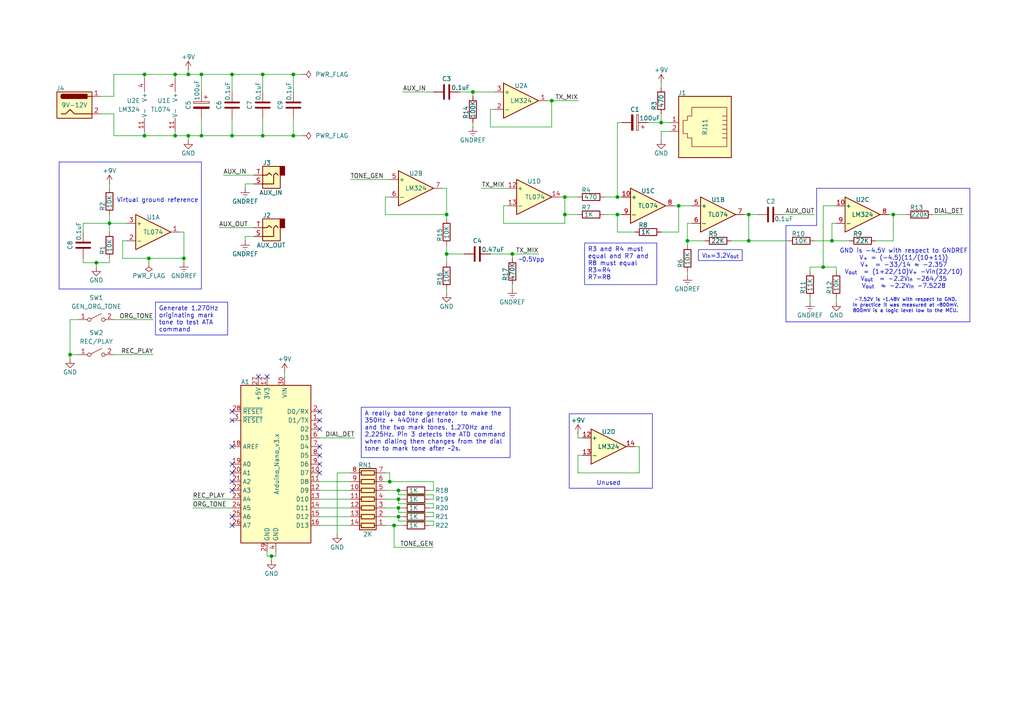
<source format=kicad_sch>
(kicad_sch (version 20231120) (generator "eeschema") (generator_version "8.0")
  (paper "A4")
  (lib_symbols
    (symbol "Amplifier_Operational:LM324" (pin_names (offset 0.127))
      (property "Reference" "U" (at 0 5.08 0))
      (property "Value" "LM324" (at 0 -5.08 0))
      (symbol "LM324_1_1"
        (polyline (pts (xy -5.08 5.08) (xy 5.08 0) (xy -5.08 -5.08) (xy -5.08 5.08)) (stroke (width 0.254)) (fill (type background)))
        (pin output line (at 7.62 0 180) (length 2.54) (name "~") (number "1"))
        (pin input line (at -7.62 -2.54 0) (length 2.54) (name "-") (number "2"))
        (pin input line (at -7.62 2.54 0) (length 2.54) (name "+") (number "3"))
      )
      (symbol "LM324_2_1"
        (polyline (pts (xy -5.08 5.08) (xy 5.08 0) (xy -5.08 -5.08) (xy -5.08 5.08)) (stroke (width 0.254)) (fill (type background)))
        (pin input line (at -7.62 2.54 0) (length 2.54) (name "+") (number "5"))
        (pin input line (at -7.62 -2.54 0) (length 2.54) (name "-") (number "6"))
        (pin output line (at 7.62 0 180) (length 2.54) (name "~") (number "7"))
      )
      (symbol "LM324_3_1"
        (polyline (pts (xy -5.08 5.08) (xy 5.08 0) (xy -5.08 -5.08) (xy -5.08 5.08)) (stroke (width 0.254)) (fill (type background)))
        (pin input line (at -7.62 2.54 0) (length 2.54) (name "+") (number "10"))
        (pin output line (at 7.62 0 180) (length 2.54) (name "~") (number "8"))
        (pin input line (at -7.62 -2.54 0) (length 2.54) (name "-") (number "9"))
      )
      (symbol "LM324_4_1"
        (polyline (pts (xy -5.08 5.08) (xy 5.08 0) (xy -5.08 -5.08) (xy -5.08 5.08)) (stroke (width 0.254)) (fill (type background)))
        (pin input line (at -7.62 2.54 0) (length 2.54) (name "+") (number "12"))
        (pin input line (at -7.62 -2.54 0) (length 2.54) (name "-") (number "13"))
        (pin output line (at 7.62 0 180) (length 2.54) (name "~") (number "14"))
      )
      (symbol "LM324_5_1"
        (pin power_in line (at -2.54 -7.62 90) (length 3.81) (name "V-") (number "11"))
        (pin power_in line (at -2.54 7.62 270) (length 3.81) (name "V+") (number "4"))
      )
    )
    (symbol "Amplifier_Operational:TL074" (pin_names (offset 0.127))
      (property "Reference" "U" (at 0 5.08 0))
      (property "Value" "TL074" (at 0 -5.08 0))
      (symbol "TL074_1_1"
        (polyline (pts (xy -5.08 5.08) (xy 5.08 0) (xy -5.08 -5.08) (xy -5.08 5.08)) (stroke (width 0.254)) (fill (type background)))
        (pin output line (at 7.62 0 180) (length 2.54) (name "~") (number "1"))
        (pin input line (at -7.62 -2.54 0) (length 2.54) (name "-") (number "2"))
        (pin input line (at -7.62 2.54 0) (length 2.54) (name "+") (number "3"))
      )
      (symbol "TL074_2_1"
        (polyline (pts (xy -5.08 5.08) (xy 5.08 0) (xy -5.08 -5.08) (xy -5.08 5.08)) (stroke (width 0.254)) (fill (type background)))
        (pin input line (at -7.62 2.54 0) (length 2.54) (name "+") (number "5"))
        (pin input line (at -7.62 -2.54 0) (length 2.54) (name "-") (number "6"))
        (pin output line (at 7.62 0 180) (length 2.54) (name "~") (number "7"))
      )
      (symbol "TL074_3_1"
        (polyline (pts (xy -5.08 5.08) (xy 5.08 0) (xy -5.08 -5.08) (xy -5.08 5.08)) (stroke (width 0.254)) (fill (type background)))
        (pin input line (at -7.62 2.54 0) (length 2.54) (name "+") (number "10"))
        (pin output line (at 7.62 0 180) (length 2.54) (name "~") (number "8"))
        (pin input line (at -7.62 -2.54 0) (length 2.54) (name "-") (number "9"))
      )
      (symbol "TL074_4_1"
        (polyline (pts (xy -5.08 5.08) (xy 5.08 0) (xy -5.08 -5.08) (xy -5.08 5.08)) (stroke (width 0.254)) (fill (type background)))
        (pin input line (at -7.62 2.54 0) (length 2.54) (name "+") (number "12"))
        (pin input line (at -7.62 -2.54 0) (length 2.54) (name "-") (number "13"))
        (pin output line (at 7.62 0 180) (length 2.54) (name "~") (number "14"))
      )
      (symbol "TL074_5_1"
        (pin power_in line (at -2.54 -7.62 90) (length 3.81) (name "V-") (number "11"))
        (pin power_in line (at -2.54 7.62 270) (length 3.81) (name "V+") (number "4"))
      )
    )
    (symbol "Connector:Barrel_Jack" (pin_names (offset 1.016))
      (property "Reference" "J" (at 0 5.334 0))
      (property "Value" "Barrel_Jack" (at 0 -5.08 0))
      (symbol "Barrel_Jack_0_1"
        (rectangle (start -5.08 3.81) (end 5.08 -3.81) (stroke (width 0.254)) (fill (type background)))
        (arc (start -3.302 3.175) (mid -3.9343 2.54) (end -3.302 1.905) (stroke (width 0.254)))
        (arc (start -3.302 3.175) (mid -3.9343 2.54) (end -3.302 1.905) (stroke (width 0.254)) (fill (type outline)))
        (polyline (pts (xy 5.08 2.54) (xy 3.81 2.54)) (stroke (width 0.254)))
        (polyline (pts (xy -3.81 -2.54) (xy -2.54 -2.54) (xy -1.27 -1.27) (xy 0 -2.54) (xy 2.54 -2.54) (xy 5.08 -2.54)) (stroke (width 0.254)))
        (rectangle (start 3.683 3.175) (end -3.302 1.905) (stroke (width 0.254)) (fill (type outline)))
      )
      (symbol "Barrel_Jack_1_1"
        (pin passive line (at 7.62 2.54 180) (length 2.54) (name "~") (number "1"))
        (pin passive line (at 7.62 -2.54 180) (length 2.54) (name "~") (number "2"))
      )
    )
    (symbol "Connector:RJ11" (pin_names (offset 1.016))
      (property "Reference" "J" (at -5.08 11.43 0))
      (property "Value" "RJ11" (at 2.54 11.43 0))
      (symbol "RJ11_0_1"
        (polyline (pts (xy -6.35 -1.905) (xy -5.08 -1.905) (xy -5.08 -1.905)))
        (polyline (pts (xy -6.35 -0.635) (xy -5.08 -0.635) (xy -5.08 -0.635)))
        (polyline (pts (xy -6.35 0.635) (xy -5.08 0.635) (xy -5.08 0.635)))
        (polyline (pts (xy -6.35 1.905) (xy -5.08 1.905) (xy -5.08 1.905)))
        (polyline (pts (xy -6.35 3.175) (xy -5.08 3.175) (xy -5.08 3.175)))
        (polyline (pts (xy -5.08 4.445) (xy -6.35 4.445) (xy -6.35 4.445)))
        (polyline (pts (xy -6.35 -4.445) (xy -6.35 6.985) (xy 3.81 6.985) (xy 3.81 4.445) (xy 5.08 4.445) (xy 5.08 3.175) (xy 6.35 3.175) (xy 6.35 -0.635) (xy 5.08 -0.635) (xy 5.08 -1.905) (xy 3.81 -1.905) (xy 3.81 -4.445) (xy -6.35 -4.445) (xy -6.35 -4.445)))
        (rectangle (start 7.62 10.16) (end -7.62 -7.62) (stroke (width 0.254)) (fill (type background)))
      )
      (symbol "RJ11_1_1"
        (pin passive line (at 10.16 0 180) (length 2.54) (name "~") (number "1"))
        (pin passive line (at 10.16 2.54 180) (length 2.54) (name "~") (number "2"))
      )
    )
    (symbol "Connector_Audio:AudioJack2"
      (property "Reference" "J" (at 0 8.89 0))
      (property "Value" "AudioJack2" (at 0 6.35 0))
      (symbol "AudioJack2_0_1"
        (rectangle (start -3.81 0) (end -2.54 -2.54) (stroke (width 0.254)) (fill (type outline)))
        (rectangle (start -2.54 3.81) (end 2.54 -2.54) (stroke (width 0.254)) (fill (type background)))
        (polyline (pts (xy 0 0) (xy 0.635 -0.635) (xy 1.27 0) (xy 2.54 0)) (stroke (width 0.254)))
        (polyline (pts (xy 2.54 2.54) (xy -0.635 2.54) (xy -0.635 0) (xy -1.27 -0.635) (xy -1.905 0)) (stroke (width 0.254)))
      )
      (symbol "AudioJack2_1_1"
        (pin passive line (at 5.08 2.54 180) (length 2.54) (name "~") (number "S"))
        (pin passive line (at 5.08 0 180) (length 2.54) (name "~") (number "T"))
      )
    )
    (symbol "Device:C" (pin_numbers hide) (pin_names (offset 0.254))
      (property "Reference" "C" (at 0.635 2.54 0))
      (property "Value" "C" (at 0.635 -2.54 0))
      (symbol "C_0_1"
        (polyline (pts (xy -2.032 -0.762) (xy 2.032 -0.762)) (stroke (width 0.508)))
        (polyline (pts (xy -2.032 0.762) (xy 2.032 0.762)) (stroke (width 0.508)))
      )
      (symbol "C_1_1"
        (pin passive line (at 0 3.81 270) (length 2.794) (name "~") (number "1"))
        (pin passive line (at 0 -3.81 90) (length 2.794) (name "~") (number "2"))
      )
    )
    (symbol "Device:C_Polarized" (pin_numbers hide) (pin_names (offset 0.254))
      (property "Reference" "C" (at 0.635 2.54 0))
      (property "Value" "C_Polarized" (at 0.635 -2.54 0))
      (symbol "C_Polarized_0_1"
        (rectangle (start -2.286 0.508) (end 2.286 1.016))
        (polyline (pts (xy -1.778 2.286) (xy -0.762 2.286)))
        (polyline (pts (xy -1.27 2.794) (xy -1.27 1.778)))
        (rectangle (start 2.286 -0.508) (end -2.286 -1.016) (fill (type outline)))
      )
      (symbol "C_Polarized_1_1"
        (pin passive line (at 0 3.81 270) (length 2.794) (name "~") (number "1"))
        (pin passive line (at 0 -3.81 90) (length 2.794) (name "~") (number "2"))
      )
    )
    (symbol "Device:R" (pin_numbers hide) (pin_names (offset 0))
      (property "Reference" "R" (at 2.032 0 90))
      (property "Value" "R" (at 0 0 90))
      (symbol "R_0_1"
        (rectangle (start -1.016 -2.54) (end 1.016 2.54) (stroke (width 0.254)))
      )
      (symbol "R_1_1"
        (pin passive line (at 0 3.81 270) (length 1.27) (name "~") (number "1"))
        (pin passive line (at 0 -3.81 90) (length 1.27) (name "~") (number "2"))
      )
    )
    (symbol "Device:R_Pack07" (pin_names (offset 0) hide)
      (property "Reference" "RN" (at -10.16 0 90))
      (property "Value" "R_Pack07" (at 10.16 0 90))
      (symbol "R_Pack07_0_1"
        (rectangle (start -8.89 -2.413) (end 8.89 2.413) (stroke (width 0.254)) (fill (type background)))
        (rectangle (start -8.255 1.905) (end -6.985 -1.905) (stroke (width 0.254)))
        (rectangle (start -5.715 1.905) (end -4.445 -1.905) (stroke (width 0.254)))
        (rectangle (start -3.175 1.905) (end -1.905 -1.905) (stroke (width 0.254)))
        (rectangle (start -0.635 1.905) (end 0.635 -1.905) (stroke (width 0.254)))
        (polyline (pts (xy -7.62 -2.54) (xy -7.62 -1.905)))
        (polyline (pts (xy -7.62 1.905) (xy -7.62 2.54)))
        (polyline (pts (xy -5.08 -2.54) (xy -5.08 -1.905)))
        (polyline (pts (xy -5.08 1.905) (xy -5.08 2.54)))
        (polyline (pts (xy -2.54 -2.54) (xy -2.54 -1.905)))
        (polyline (pts (xy -2.54 1.905) (xy -2.54 2.54)))
        (polyline (pts (xy 0 -2.54) (xy 0 -1.905)))
        (polyline (pts (xy 0 1.905) (xy 0 2.54)))
        (polyline (pts (xy 2.54 -2.54) (xy 2.54 -1.905)))
        (polyline (pts (xy 2.54 1.905) (xy 2.54 2.54)))
        (polyline (pts (xy 5.08 -2.54) (xy 5.08 -1.905)))
        (polyline (pts (xy 5.08 1.905) (xy 5.08 2.54)))
        (polyline (pts (xy 7.62 -2.54) (xy 7.62 -1.905)))
        (polyline (pts (xy 7.62 1.905) (xy 7.62 2.54)))
        (rectangle (start 1.905 1.905) (end 3.175 -1.905) (stroke (width 0.254)))
        (rectangle (start 4.445 1.905) (end 5.715 -1.905) (stroke (width 0.254)))
        (rectangle (start 6.985 1.905) (end 8.255 -1.905) (stroke (width 0.254)))
      )
      (symbol "R_Pack07_1_1"
        (pin passive line (at -7.62 -5.08 90) (length 2.54) (name "R1.1") (number "1"))
        (pin passive line (at 2.54 5.08 270) (length 2.54) (name "R5.2") (number "10"))
        (pin passive line (at 0 5.08 270) (length 2.54) (name "R4.2") (number "11"))
        (pin passive line (at -2.54 5.08 270) (length 2.54) (name "R3.2") (number "12"))
        (pin passive line (at -5.08 5.08 270) (length 2.54) (name "R2.2") (number "13"))
        (pin passive line (at -7.62 5.08 270) (length 2.54) (name "R1.2") (number "14"))
        (pin passive line (at -5.08 -5.08 90) (length 2.54) (name "R2.1") (number "2"))
        (pin passive line (at -2.54 -5.08 90) (length 2.54) (name "R3.1") (number "3"))
        (pin passive line (at 0 -5.08 90) (length 2.54) (name "R4.1") (number "4"))
        (pin passive line (at 2.54 -5.08 90) (length 2.54) (name "R5.1") (number "5"))
        (pin passive line (at 5.08 -5.08 90) (length 2.54) (name "R6.1") (number "6"))
        (pin passive line (at 7.62 -5.08 90) (length 2.54) (name "R7.1") (number "7"))
        (pin passive line (at 7.62 5.08 270) (length 2.54) (name "R7.2") (number "8"))
        (pin passive line (at 5.08 5.08 270) (length 2.54) (name "R6.2") (number "9"))
      )
    )
    (symbol "MCU_Module:Arduino_Nano_v3.x"
      (property "Reference" "A" (at -10.16 23.495 0))
      (property "Value" "Arduino_Nano_v3.x" (at 5.08 -24.13 0))
      (symbol "Arduino_Nano_v3.x_0_1"
        (rectangle (start -10.16 22.86) (end 10.16 -22.86) (stroke (width 0.254)) (fill (type background)))
      )
      (symbol "Arduino_Nano_v3.x_1_1"
        (pin bidirectional line (at -12.7 12.7 0) (length 2.54) (name "D1/TX") (number "1"))
        (pin bidirectional line (at -12.7 -2.54 0) (length 2.54) (name "D7") (number "10"))
        (pin bidirectional line (at -12.7 -5.08 0) (length 2.54) (name "D8") (number "11"))
        (pin bidirectional line (at -12.7 -7.62 0) (length 2.54) (name "D9") (number "12"))
        (pin bidirectional line (at -12.7 -10.16 0) (length 2.54) (name "D10") (number "13"))
        (pin bidirectional line (at -12.7 -12.7 0) (length 2.54) (name "D11") (number "14"))
        (pin bidirectional line (at -12.7 -15.24 0) (length 2.54) (name "D12") (number "15"))
        (pin bidirectional line (at -12.7 -17.78 0) (length 2.54) (name "D13") (number "16"))
        (pin power_out line (at 2.54 25.4 270) (length 2.54) (name "3V3") (number "17"))
        (pin input line (at 12.7 5.08 180) (length 2.54) (name "AREF") (number "18"))
        (pin bidirectional line (at 12.7 0 180) (length 2.54) (name "A0") (number "19"))
        (pin bidirectional line (at -12.7 15.24 0) (length 2.54) (name "D0/RX") (number "2"))
        (pin bidirectional line (at 12.7 -2.54 180) (length 2.54) (name "A1") (number "20"))
        (pin bidirectional line (at 12.7 -5.08 180) (length 2.54) (name "A2") (number "21"))
        (pin bidirectional line (at 12.7 -7.62 180) (length 2.54) (name "A3") (number "22"))
        (pin bidirectional line (at 12.7 -10.16 180) (length 2.54) (name "A4") (number "23"))
        (pin bidirectional line (at 12.7 -12.7 180) (length 2.54) (name "A5") (number "24"))
        (pin bidirectional line (at 12.7 -15.24 180) (length 2.54) (name "A6") (number "25"))
        (pin bidirectional line (at 12.7 -17.78 180) (length 2.54) (name "A7") (number "26"))
        (pin power_out line (at 5.08 25.4 270) (length 2.54) (name "+5V") (number "27"))
        (pin input line (at 12.7 15.24 180) (length 2.54) (name "~{RESET}") (number "28"))
        (pin power_in line (at 2.54 -25.4 90) (length 2.54) (name "GND") (number "29"))
        (pin input line (at 12.7 12.7 180) (length 2.54) (name "~{RESET}") (number "3"))
        (pin power_in line (at -2.54 25.4 270) (length 2.54) (name "VIN") (number "30"))
        (pin power_in line (at 0 -25.4 90) (length 2.54) (name "GND") (number "4"))
        (pin bidirectional line (at -12.7 10.16 0) (length 2.54) (name "D2") (number "5"))
        (pin bidirectional line (at -12.7 7.62 0) (length 2.54) (name "D3") (number "6"))
        (pin bidirectional line (at -12.7 5.08 0) (length 2.54) (name "D4") (number "7"))
        (pin bidirectional line (at -12.7 2.54 0) (length 2.54) (name "D5") (number "8"))
        (pin bidirectional line (at -12.7 0 0) (length 2.54) (name "D6") (number "9"))
      )
    )
    (symbol "Switch:SW_SPST" (pin_names (offset 0) hide)
      (property "Reference" "SW" (at 0 3.175 0))
      (property "Value" "SW_SPST" (at 0 -2.54 0))
      (symbol "SW_SPST_0_0"
        (circle (center -2.032 0) (radius 0.508))
        (polyline (pts (xy -1.524 0.254) (xy 1.524 1.778)))
        (circle (center 2.032 0) (radius 0.508))
      )
      (symbol "SW_SPST_1_1"
        (pin passive line (at -5.08 0 0) (length 2.54) (name "A") (number "1"))
        (pin passive line (at 5.08 0 180) (length 2.54) (name "B") (number "2"))
      )
    )
    (symbol "power:+9V" (power) (pin_numbers hide) (pin_names (offset 0) hide)
      (property "Value" "+9V" (at 0 3.556 0))
      (symbol "+9V_0_1"
        (polyline (pts (xy -0.762 1.27) (xy 0 2.54)))
        (polyline (pts (xy 0 0) (xy 0 2.54)))
        (polyline (pts (xy 0 2.54) (xy 0.762 1.27)))
      )
      (symbol "+9V_1_1"
        (pin power_in line (at 0 0 90) (length 0) (name "~") (number "1"))
      )
    )
    (symbol "power:GND" (power) (pin_numbers hide) (pin_names (offset 0) hide)
      (property "Value" "GND" (at 0 -3.81 0))
      (symbol "GND_0_1"
        (polyline (pts (xy 0 0) (xy 0 -1.27) (xy 1.27 -1.27) (xy 0 -2.54) (xy -1.27 -1.27) (xy 0 -1.27)))
      )
      (symbol "GND_1_1"
        (pin power_in line (at 0 0 270) (length 0) (name "~") (number "1"))
      )
    )
    (symbol "power:GNDREF" (power) (pin_numbers hide) (pin_names (offset 0) hide)
      (property "Value" "GNDREF" (at 0 -3.81 0))
      (symbol "GNDREF_0_1"
        (polyline (pts (xy -0.635 -1.905) (xy 0.635 -1.905)))
        (polyline (pts (xy -0.127 -2.54) (xy 0.127 -2.54)))
        (polyline (pts (xy 0 -1.27) (xy 0 0)))
        (polyline (pts (xy 1.27 -1.27) (xy -1.27 -1.27)))
      )
      (symbol "GNDREF_1_1"
        (pin power_in line (at 0 0 270) (length 0) (name "~") (number "1"))
      )
    )
    (symbol "power:PWR_FLAG" (power) (pin_numbers hide) (pin_names (offset 0) hide)
      (property "Value" "PWR_FLAG" (at 0 3.81 0))
      (symbol "PWR_FLAG_0_0"
        (pin power_out line (at 0 0 90) (length 0) (name "~") (number "1"))
      )
      (symbol "PWR_FLAG_0_1"
        (polyline (pts (xy 0 0) (xy 0 1.27) (xy -1.016 1.905) (xy 0 2.54) (xy 1.016 1.905) (xy 0 1.27)))
      )
    )
  )
  (junction (at 67.31 21.59))
  (junction (at 27.94 76.2))
  (junction (at 241.3 69.85))
  (junction (at 76.2 21.59))
  (junction (at 114.3 152.4))
  (junction (at 259.08 62.23))
  (junction (at 54.61 21.59))
  (junction (at 31.75 64.77))
  (junction (at 43.18 74.93))
  (junction (at 179.07 57.15))
  (junction (at 20.32 102.87))
  (junction (at 129.54 73.66))
  (junction (at 85.09 39.37))
  (junction (at 115.57 147.32))
  (junction (at 148.59 73.66))
  (junction (at 217.17 69.85))
  (junction (at 129.54 62.23))
  (junction (at 67.31 39.37))
  (junction (at 160.02 29.21))
  (junction (at 115.57 149.86))
  (junction (at 41.91 39.37))
  (junction (at 54.61 39.37))
  (junction (at 137.16 26.67))
  (junction (at 50.8 21.59))
  (junction (at 50.8 39.37))
  (junction (at 58.42 21.59))
  (junction (at 78.74 161.29))
  (junction (at 163.83 57.15))
  (junction (at 238.76 77.47))
  (junction (at 196.85 59.69))
  (junction (at 115.57 144.78))
  (junction (at 76.2 39.37))
  (junction (at 115.57 142.24))
  (junction (at 113.03 139.7))
  (junction (at 53.34 74.93))
  (junction (at 199.39 69.85))
  (junction (at 163.83 62.23))
  (junction (at 191.77 35.56))
  (junction (at 217.17 62.23))
  (junction (at 58.42 39.37))
  (junction (at 41.91 21.59))
  (junction (at 179.07 62.23))
  (junction (at 85.09 21.59))
  (no_connect (at 67.31 152.4))
  (no_connect (at 67.31 142.24))
  (no_connect (at 74.93 109.22))
  (no_connect (at 92.71 134.62))
  (no_connect (at 67.31 149.86))
  (no_connect (at 67.31 121.92))
  (no_connect (at 92.71 121.92))
  (no_connect (at 92.71 137.16))
  (no_connect (at 67.31 137.16))
  (no_connect (at 92.71 132.08))
  (no_connect (at 67.31 129.54))
  (no_connect (at 92.71 124.46))
  (no_connect (at 77.47 109.22))
  (no_connect (at 67.31 119.38))
  (no_connect (at 92.71 119.38))
  (no_connect (at 67.31 134.62))
  (no_connect (at 92.71 129.54))
  (no_connect (at 67.31 139.7))
  (wire (pts (xy 179.07 67.31) (xy 184.15 67.31)))
  (wire (pts (xy 24.13 64.77) (xy 24.13 67.31)))
  (wire (pts (xy 53.34 74.93) (xy 53.34 76.2)))
  (wire (pts (xy 92.71 144.78) (xy 101.6 144.78)))
  (wire (pts (xy 54.61 21.59) (xy 58.42 21.59)))
  (wire (pts (xy 238.76 59.69) (xy 238.76 77.47)))
  (wire (pts (xy 179.07 35.56) (xy 179.07 57.15)))
  (polyline (pts (xy 227.965 65.405) (xy 236.855 65.405)))
  (wire (pts (xy 137.16 35.56) (xy 137.16 36.83)))
  (wire (pts (xy 115.57 142.24) (xy 115.57 143.51)))
  (wire (pts (xy 115.57 143.51) (xy 125.73 143.51)))
  (wire (pts (xy 67.31 21.59) (xy 76.2 21.59)))
  (wire (pts (xy 148.59 73.66) (xy 148.59 74.93)))
  (wire (pts (xy 227.33 62.23) (xy 236.22 62.23)))
  (wire (pts (xy 129.54 71.12) (xy 129.54 73.66)))
  (wire (pts (xy 92.71 142.24) (xy 101.6 142.24)))
  (wire (pts (xy 146.05 64.77) (xy 163.83 64.77)))
  (wire (pts (xy 41.91 22.86) (xy 41.91 21.59)))
  (wire (pts (xy 77.47 160.02) (xy 77.47 161.29)))
  (wire (pts (xy 129.54 62.23) (xy 129.54 54.61)))
  (wire (pts (xy 163.83 62.23) (xy 167.64 62.23)))
  (wire (pts (xy 196.85 59.69) (xy 196.85 67.31)))
  (wire (pts (xy 191.77 35.56) (xy 187.96 35.56)))
  (wire (pts (xy 33.02 39.37) (xy 33.02 33.02)))
  (wire (pts (xy 114.3 152.4) (xy 114.3 158.75)))
  (wire (pts (xy 97.79 137.16) (xy 101.6 137.16)))
  (wire (pts (xy 236.22 69.85) (xy 241.3 69.85)))
  (wire (pts (xy 167.64 29.21) (xy 160.02 29.21)))
  (wire (pts (xy 133.35 26.67) (xy 137.16 26.67)))
  (wire (pts (xy 71.12 68.58) (xy 73.66 68.58)))
  (wire (pts (xy 33.02 21.59) (xy 33.02 27.94)))
  (wire (pts (xy 50.8 38.1) (xy 50.8 39.37)))
  (wire (pts (xy 199.39 69.85) (xy 204.47 69.85)))
  (wire (pts (xy 129.54 83.82) (xy 129.54 85.09)))
  (wire (pts (xy 50.8 39.37) (xy 54.61 39.37)))
  (wire (pts (xy 241.3 69.85) (xy 246.38 69.85)))
  (wire (pts (xy 111.76 57.15) (xy 111.76 62.23)))
  (wire (pts (xy 27.94 77.47) (xy 27.94 76.2)))
  (wire (pts (xy 148.59 82.55) (xy 148.59 83.82)))
  (wire (pts (xy 179.07 35.56) (xy 180.34 35.56)))
  (wire (pts (xy 115.57 147.32) (xy 116.84 147.32)))
  (wire (pts (xy 20.32 102.87) (xy 22.86 102.87)))
  (wire (pts (xy 71.12 53.34) (xy 73.66 53.34)))
  (wire (pts (xy 50.8 21.59) (xy 54.61 21.59)))
  (wire (pts (xy 125.73 149.86) (xy 124.46 149.86)))
  (wire (pts (xy 175.26 57.15) (xy 179.07 57.15)))
  (wire (pts (xy 217.17 62.23) (xy 215.9 62.23)))
  (wire (pts (xy 185.42 137.16) (xy 185.42 129.54)))
  (wire (pts (xy 73.66 50.8) (xy 64.77 50.8)))
  (polyline (pts (xy 281.305 54.61) (xy 281.305 93.345)))
  (wire (pts (xy 27.94 76.2) (xy 31.75 76.2)))
  (wire (pts (xy 179.07 62.23) (xy 180.34 62.23)))
  (wire (pts (xy 31.75 54.61) (xy 31.75 53.34)))
  (wire (pts (xy 234.95 77.47) (xy 238.76 77.47)))
  (wire (pts (xy 80.01 161.29) (xy 80.01 160.02)))
  (wire (pts (xy 67.31 34.29) (xy 67.31 39.37)))
  (wire (pts (xy 125.73 26.67) (xy 116.84 26.67)))
  (wire (pts (xy 20.32 92.71) (xy 20.32 102.87)))
  (wire (pts (xy 41.91 21.59) (xy 50.8 21.59)))
  (wire (pts (xy 92.71 127) (xy 102.87 127)))
  (wire (pts (xy 142.24 36.83) (xy 160.02 36.83)))
  (wire (pts (xy 199.39 78.74) (xy 199.39 80.01)))
  (wire (pts (xy 115.57 148.59) (xy 125.73 148.59)))
  (wire (pts (xy 242.57 64.77) (xy 241.3 64.77)))
  (wire (pts (xy 63.5 66.04) (xy 73.66 66.04)))
  (wire (pts (xy 168.91 132.08) (xy 167.64 132.08)))
  (wire (pts (xy 125.73 152.4) (xy 124.46 152.4)))
  (wire (pts (xy 142.24 73.66) (xy 148.59 73.66)))
  (wire (pts (xy 234.95 78.74) (xy 234.95 77.47)))
  (wire (pts (xy 134.62 73.66) (xy 129.54 73.66)))
  (wire (pts (xy 54.61 21.59) (xy 54.61 20.32)))
  (wire (pts (xy 191.77 67.31) (xy 196.85 67.31)))
  (wire (pts (xy 217.17 62.23) (xy 219.71 62.23)))
  (wire (pts (xy 199.39 64.77) (xy 199.39 69.85)))
  (wire (pts (xy 53.34 67.31) (xy 52.07 67.31)))
  (wire (pts (xy 41.91 39.37) (xy 41.91 38.1)))
  (wire (pts (xy 167.64 132.08) (xy 167.64 137.16)))
  (wire (pts (xy 92.71 152.4) (xy 101.6 152.4)))
  (wire (pts (xy 238.76 77.47) (xy 242.57 77.47)))
  (wire (pts (xy 125.73 147.32) (xy 124.46 147.32)))
  (wire (pts (xy 43.18 74.93) (xy 53.34 74.93)))
  (wire (pts (xy 111.76 62.23) (xy 129.54 62.23)))
  (wire (pts (xy 115.57 149.86) (xy 116.84 149.86)))
  (wire (pts (xy 76.2 21.59) (xy 76.2 26.67)))
  (wire (pts (xy 55.88 147.32) (xy 67.31 147.32)))
  (wire (pts (xy 33.02 33.02) (xy 29.21 33.02)))
  (wire (pts (xy 146.05 59.69) (xy 146.05 64.77)))
  (wire (pts (xy 259.08 62.23) (xy 262.89 62.23)))
  (wire (pts (xy 242.57 86.36) (xy 242.57 87.63)))
  (wire (pts (xy 163.83 57.15) (xy 162.56 57.15)))
  (wire (pts (xy 50.8 21.59) (xy 50.8 22.86)))
  (wire (pts (xy 241.3 64.77) (xy 241.3 69.85)))
  (wire (pts (xy 179.07 62.23) (xy 179.07 67.31)))
  (wire (pts (xy 179.07 57.15) (xy 180.34 57.15)))
  (wire (pts (xy 35.56 74.93) (xy 43.18 74.93)))
  (wire (pts (xy 20.32 102.87) (xy 20.32 104.14)))
  (wire (pts (xy 163.83 57.15) (xy 167.64 57.15)))
  (wire (pts (xy 85.09 34.29) (xy 85.09 39.37)))
  (wire (pts (xy 113.03 137.16) (xy 113.03 139.7)))
  (wire (pts (xy 115.57 149.86) (xy 115.57 151.13)))
  (wire (pts (xy 41.91 39.37) (xy 33.02 39.37)))
  (wire (pts (xy 54.61 40.64) (xy 54.61 39.37)))
  (wire (pts (xy 167.64 137.16) (xy 185.42 137.16)))
  (wire (pts (xy 113.03 139.7) (xy 111.76 139.7)))
  (wire (pts (xy 125.73 143.51) (xy 125.73 144.78)))
  (wire (pts (xy 196.85 59.69) (xy 200.66 59.69)))
  (wire (pts (xy 76.2 39.37) (xy 67.31 39.37)))
  (wire (pts (xy 111.76 147.32) (xy 115.57 147.32)))
  (wire (pts (xy 31.75 74.93) (xy 31.75 76.2)))
  (wire (pts (xy 111.76 137.16) (xy 113.03 137.16)))
  (wire (pts (xy 71.12 53.34) (xy 71.12 54.61)))
  (wire (pts (xy 125.73 148.59) (xy 125.73 149.86)))
  (wire (pts (xy 148.59 73.66) (xy 156.21 73.66)))
  (wire (pts (xy 125.73 151.13) (xy 125.73 152.4)))
  (wire (pts (xy 160.02 29.21) (xy 158.75 29.21)))
  (wire (pts (xy 78.74 162.56) (xy 78.74 161.29)))
  (wire (pts (xy 54.61 39.37) (xy 58.42 39.37)))
  (wire (pts (xy 124.46 142.24) (xy 125.73 142.24)))
  (wire (pts (xy 115.57 142.24) (xy 116.84 142.24)))
  (wire (pts (xy 191.77 38.1) (xy 191.77 40.64)))
  (wire (pts (xy 22.86 92.71) (xy 20.32 92.71)))
  (wire (pts (xy 24.13 74.93) (xy 24.13 76.2)))
  (wire (pts (xy 85.09 39.37) (xy 76.2 39.37)))
  (wire (pts (xy 24.13 76.2) (xy 27.94 76.2)))
  (wire (pts (xy 31.75 64.77) (xy 36.83 64.77)))
  (wire (pts (xy 92.71 139.7) (xy 101.6 139.7)))
  (wire (pts (xy 41.91 21.59) (xy 33.02 21.59)))
  (wire (pts (xy 129.54 63.5) (xy 129.54 62.23)))
  (wire (pts (xy 115.57 144.78) (xy 116.84 144.78)))
  (wire (pts (xy 67.31 39.37) (xy 58.42 39.37)))
  (wire (pts (xy 217.17 69.85) (xy 228.6 69.85)))
  (wire (pts (xy 101.6 52.07) (xy 113.03 52.07)))
  (wire (pts (xy 199.39 71.12) (xy 199.39 69.85)))
  (wire (pts (xy 67.31 21.59) (xy 67.31 26.67)))
  (wire (pts (xy 111.76 149.86) (xy 115.57 149.86)))
  (wire (pts (xy 212.09 69.85) (xy 217.17 69.85)))
  (wire (pts (xy 53.34 74.93) (xy 53.34 67.31)))
  (wire (pts (xy 115.57 146.05) (xy 125.73 146.05)))
  (wire (pts (xy 43.18 74.93) (xy 43.18 76.2)))
  (wire (pts (xy 115.57 151.13) (xy 125.73 151.13)))
  (polyline (pts (xy 281.305 93.345) (xy 227.965 93.345)))
  (wire (pts (xy 71.12 68.58) (xy 71.12 69.85)))
  (polyline (pts (xy 236.855 65.405) (xy 236.855 54.61)))
  (wire (pts (xy 111.76 142.24) (xy 115.57 142.24)))
  (wire (pts (xy 33.02 27.94) (xy 29.21 27.94)))
  (wire (pts (xy 58.42 34.29) (xy 58.42 39.37)))
  (polyline (pts (xy 227.965 65.405) (xy 227.965 93.345)))
  (wire (pts (xy 234.95 86.36) (xy 234.95 87.63)))
  (wire (pts (xy 125.73 144.78) (xy 124.46 144.78)))
  (wire (pts (xy 142.24 31.75) (xy 142.24 36.83)))
  (wire (pts (xy 254 69.85) (xy 259.08 69.85)))
  (wire (pts (xy 143.51 31.75) (xy 142.24 31.75)))
  (wire (pts (xy 44.45 92.71) (xy 33.02 92.71)))
  (wire (pts (xy 163.83 62.23) (xy 163.83 57.15)))
  (wire (pts (xy 129.54 73.66) (xy 129.54 76.2)))
  (wire (pts (xy 114.3 152.4) (xy 116.84 152.4)))
  (wire (pts (xy 50.8 39.37) (xy 41.91 39.37)))
  (wire (pts (xy 259.08 62.23) (xy 257.81 62.23)))
  (wire (pts (xy 77.47 161.29) (xy 78.74 161.29)))
  (wire (pts (xy 139.7 54.61) (xy 147.32 54.61)))
  (wire (pts (xy 113.03 57.15) (xy 111.76 57.15)))
  (wire (pts (xy 194.31 38.1) (xy 191.77 38.1)))
  (wire (pts (xy 97.79 137.16) (xy 97.79 154.94)))
  (wire (pts (xy 259.08 69.85) (xy 259.08 62.23)))
  (wire (pts (xy 129.54 54.61) (xy 128.27 54.61)))
  (wire (pts (xy 175.26 62.23) (xy 179.07 62.23)))
  (wire (pts (xy 85.09 21.59) (xy 85.09 26.67)))
  (wire (pts (xy 238.76 59.69) (xy 242.57 59.69)))
  (wire (pts (xy 115.57 144.78) (xy 115.57 146.05)))
  (wire (pts (xy 78.74 161.29) (xy 80.01 161.29)))
  (wire (pts (xy 58.42 21.59) (xy 67.31 21.59)))
  (wire (pts (xy 125.73 142.24) (xy 125.73 139.7)))
  (wire (pts (xy 191.77 35.56) (xy 191.77 33.02)))
  (wire (pts (xy 31.75 62.23) (xy 31.75 64.77)))
  (wire (pts (xy 92.71 147.32) (xy 101.6 147.32)))
  (wire (pts (xy 242.57 77.47) (xy 242.57 78.74)))
  (wire (pts (xy 185.42 129.54) (xy 184.15 129.54)))
  (wire (pts (xy 217.17 69.85) (xy 217.17 62.23)))
  (wire (pts (xy 125.73 146.05) (xy 125.73 147.32)))
  (wire (pts (xy 36.83 69.85) (xy 35.56 69.85)))
  (wire (pts (xy 137.16 26.67) (xy 137.16 27.94)))
  (wire (pts (xy 85.09 21.59) (xy 87.63 21.59)))
  (wire (pts (xy 195.58 59.69) (xy 196.85 59.69)))
  (wire (pts (xy 44.45 102.87) (xy 33.02 102.87)))
  (wire (pts (xy 160.02 36.83) (xy 160.02 29.21)))
  (wire (pts (xy 115.57 147.32) (xy 115.57 148.59)))
  (wire (pts (xy 82.55 109.22) (xy 82.55 107.95)))
  (wire (pts (xy 125.73 158.75) (xy 114.3 158.75)))
  (polyline (pts (xy 236.855 54.61) (xy 281.305 54.61)))
  (wire (pts (xy 58.42 26.67) (xy 58.42 21.59)))
  (wire (pts (xy 200.66 64.77) (xy 199.39 64.77)))
  (wire (pts (xy 167.64 127) (xy 167.64 125.73)))
  (wire (pts (xy 137.16 26.67) (xy 143.51 26.67)))
  (wire (pts (xy 194.31 35.56) (xy 191.77 35.56)))
  (wire (pts (xy 85.09 39.37) (xy 87.63 39.37)))
  (wire (pts (xy 76.2 21.59) (xy 85.09 21.59)))
  (wire (pts (xy 191.77 25.4) (xy 191.77 24.13)))
  (wire (pts (xy 111.76 144.78) (xy 115.57 144.78)))
  (wire (pts (xy 163.83 64.77) (xy 163.83 62.23)))
  (wire (pts (xy 111.76 152.4) (xy 114.3 152.4)))
  (wire (pts (xy 31.75 64.77) (xy 31.75 67.31)))
  (wire (pts (xy 113.03 139.7) (xy 125.73 139.7)))
  (wire (pts (xy 76.2 34.29) (xy 76.2 39.37)))
  (wire (pts (xy 147.32 59.69) (xy 146.05 59.69)))
  (wire (pts (xy 55.88 144.78) (xy 67.31 144.78)))
  (wire (pts (xy 24.13 64.77) (xy 31.75 64.77)))
  (wire (pts (xy 167.64 127) (xy 168.91 127)))
  (wire (pts (xy 270.51 62.23) (xy 279.4 62.23)))
  (wire (pts (xy 35.56 69.85) (xy 35.56 74.93)))
  (wire (pts (xy 92.71 149.86) (xy 101.6 149.86)))
  (rectangle (start 17.145 46.99) (end 58.42 83.82))
  (rectangle (start 165.1 120.015) (end 189.23 141.605))
  (text_box "A really bad tone generator to make the 350Hz + 440Hz dial tone. \nand the two mark tones, 1,270Hz and 2,225Hz. Pin 3 detects the ATD command when dialing then changes from the dial tone to mark tone after ~2s." (at 104.775 118.11 0) (size 43.18 14.605) (effects (font (size 1.27 1.27)) (justify left top)))
  (text_box "Generate 1,270Hz originating mark tone to test ATA command" (at 45.085 87.63 0) (size 20.955 9.525) (effects (font (size 1.27 1.27)) (justify left top)))
  (text_box "R3 and R4 must equal and R7 and R8 must equal\nR3=R4\nR7=R8" (at 169.545 70.485 0) (size 20.955 12.065) (effects (font (size 1.27 1.27)) (justify left top)))
  (text_box "V_{in}=3.2V_{out}\n" (at 202.565 72.39 0) (size 12.7 3.175) (effects (font (size 1.27 1.27)) (justify left top)))
  (text "Unused\n" (at 176.53 140.208 0) (effects (font (size 1.27 1.27))))
  (text "~0.5Vpp\n" (at 154.178 75.438 0) (effects (font (size 1.27 1.27))))
  (text "GND is -4.5V with respect to GNDREF\nV_{+} = (-4.5)(11/(10+11))\nV_{+}  = -33/14 ≈ -2.357\nV_{out}  = (1+22/10)V_{+} -Vin(22/10)\nV_{out}  = -2.2V_{in} -264/35\nV_{out}  ≈ -2.2V_{in} -7.5228\n" (at 262.128 77.978 0) (effects (font (size 1.27 1.27))))
  (text "-7.52V is ~1.48V with respect to GND.\nIn practice it was measured at ~800mV.\n800mV is a logic level low to the MCU." (at 262.636 88.646 0) (effects (font (size 1 1))))
  (text "Virtual ground reference" (at 45.72 58.166 0) (effects (font (size 1.27 1.27))))
  (label "REC_PLAY" (at 44.45 102.87 180))
  (label "TX_MIX" (at 167.64 29.21 180))
  (label "TX_MIX" (at 156.21 73.66 180))
  (label "AUX_OUT" (at 63.5 66.04 0))
  (label "TX_MIX" (at 139.7 54.61 0))
  (label "ORG_TONE" (at 55.88 147.32 0))
  (label "ORG_TONE" (at 44.45 92.71 180))
  (label "AUX_OUT" (at 236.22 62.23 180))
  (label "REC_PLAY" (at 55.88 144.78 0))
  (label "AUX_IN" (at 116.84 26.67 0))
  (label "TONE_GEN" (at 101.6 52.07 0))
  (label "DIAL_DET" (at 279.4 62.23 180))
  (label "AUX_IN" (at 64.77 50.8 0))
  (label "DIAL_DET" (at 102.87 127 180))
  (label "TONE_GEN" (at 125.73 158.75 180))
  (symbol (lib_id "Device:C_Polarized") (at 184.15 35.56 270) (mirror x) (unit 1)
    (property "Reference" "C1" (at 184.15 31.75 90))
    (property "Value" "100uF" (at 188.468 34.29 90))
    (property "Description" "Polarized capacitor" (effects (hide yes)))
  )
  (symbol (lib_id "MCU_Module:Arduino_Nano_v3.x") (at 80.01 134.62 0) (mirror y) (unit 1)
    (property "Reference" "A1" (at 72.39 110.744 0) (effects (justify left)))
    (property "Value" "Arduino_Nano_v3.x" (at 80.264 143.51 90) (effects (justify left)))
    (property "Footprint" "Module:Arduino_Nano" (effects (hide yes)))
    (property "Datasheet" "http://www.mouser.com/pdfdocs/Gravitech_Arduino_Nano3_0.pdf" (effects (hide yes)))
    (property "Description" "Arduino Nano v3.x" (effects (hide yes)))
  )
  (symbol (lib_id "Device:R") (at 171.45 62.23 270) (unit 1)
    (property "Reference" "R7" (at 168.656 60.198 90) (effects (justify left)))
    (property "Value" "1K" (at 169.418 62.23 90) (effects (justify left)))
    (property "Description" "Resistor" (effects (hide yes)))
  )
  (symbol (lib_id "Device:R") (at 187.96 67.31 270) (unit 1)
    (property "Reference" "R8" (at 185.166 65.278 90) (effects (justify left)))
    (property "Value" "1K" (at 185.928 67.31 90) (effects (justify left)))
    (property "Description" "Resistor" (effects (hide yes)))
  )
  (symbol (lib_id "Device:C") (at 76.2 30.48 180) (unit 1)
    (property "Reference" "C7" (at 72.39 30.48 90))
    (property "Value" "0.1uF" (at 74.93 26.416 90))
    (property "Description" "Unpolarized capacitor" (effects (hide yes)))
  )
  (symbol (lib_id "Device:R") (at 250.19 69.85 270) (unit 1)
    (property "Reference" "R9" (at 247.396 67.818 90) (effects (justify left)))
    (property "Value" "22K" (at 248.158 69.85 90) (effects (justify left)))
    (property "Description" "Resistor" (effects (hide yes)))
  )
  (symbol (lib_id "power:+9V") (at 191.77 24.13 0) (mirror y) (unit 1)
    (property "Reference" "#PWR04" (effects (hide yes)))
    (property "Value" "+9V" (at 191.77 20.32 0))
    (property "Description" "Power symbol creates a global label with name \"+9V\"" (effects (hide yes)))
  )
  (symbol (lib_id "Device:R") (at 120.65 144.78 270) (unit 1)
    (property "Reference" "R19" (at 126.238 144.78 90) (effects (justify left)))
    (property "Value" "1K" (at 118.618 144.78 90) (effects (justify left)))
    (property "Description" "Resistor" (effects (hide yes)))
  )
  (symbol (lib_id "Device:C") (at 24.13 71.12 180) (unit 1)
    (property "Reference" "C8" (at 20.32 71.12 90))
    (property "Value" "0.1uF" (at 22.86 67.056 90))
    (property "Description" "Unpolarized capacitor" (effects (hide yes)))
  )
  (symbol (lib_id "power:GND") (at 54.61 40.64 0) (unit 1)
    (property "Reference" "#PWR016" (effects (hide yes)))
    (property "Value" "GND" (at 54.61 44.45 0))
    (property "Description" "Power symbol creates a global label with name \"GND\" , ground" (effects (hide yes)))
  )
  (symbol (lib_id "Device:C") (at 223.52 62.23 90) (unit 1)
    (property "Reference" "C2" (at 223.52 58.42 90))
    (property "Value" "0.1uF" (at 227.33 63.5 90))
    (property "Description" "Unpolarized capacitor" (effects (hide yes)))
  )
  (symbol (lib_id "Amplifier_Operational:LM324") (at 176.53 129.54 0) (unit 4)
    (property "Reference" "U2" (at 176.53 125.222 0))
    (property "Value" "LM324" (at 176.53 129.54 0))
    (property "Datasheet" "http://www.ti.com/lit/ds/symlink/lm2902-n.pdf" (effects (hide yes)))
    (property "Description" "Low-Power, Quad-Operational Amplifiers, DIP-14/SOIC-14/SSOP-14" (effects (hide yes)))
  )
  (symbol (lib_id "Device:R") (at 120.65 147.32 270) (unit 1)
    (property "Reference" "R20" (at 126.238 147.32 90) (effects (justify left)))
    (property "Value" "1K" (at 118.618 147.32 90) (effects (justify left)))
    (property "Description" "Resistor" (effects (hide yes)))
  )
  (symbol (lib_id "Amplifier_Operational:LM324") (at 151.13 29.21 0) (unit 1)
    (property "Reference" "U2" (at 151.13 24.892 0))
    (property "Value" "LM324" (at 151.13 29.21 0))
    (property "Datasheet" "http://www.ti.com/lit/ds/symlink/lm2902-n.pdf" (effects (hide yes)))
    (property "Description" "Low-Power, Quad-Operational Amplifiers, DIP-14/SOIC-14/SSOP-14" (effects (hide yes)))
  )
  (symbol (lib_id "power:GNDREF") (at 137.16 36.83 0) (unit 1)
    (property "Reference" "#PWR010" (effects (hide yes)))
    (property "Value" "GNDREF" (at 137.16 40.64 0))
    (property "Description" "Power symbol creates a global label with name \"GNDREF\" , reference supply ground" (effects (hide yes)))
  )
  (symbol (lib_id "power:GND") (at 242.57 87.63 0) (unit 1)
    (property "Reference" "#PWR08" (effects (hide yes)))
    (property "Value" "GND" (at 242.57 91.44 0))
    (property "Description" "Power symbol creates a global label with name \"GND\" , ground" (effects (hide yes)))
  )
  (symbol (lib_id "Switch:SW_SPST") (at 27.94 92.71 0) (unit 1)
    (property "Reference" "SW1" (at 27.94 86.36 0))
    (property "Value" "GEN_ORG_TONE" (at 27.94 88.9 0))
    (property "Description" "Single Pole Single Throw (SPST) switch" (effects (hide yes)))
  )
  (symbol (lib_id "power:+9V") (at 167.64 125.73 0) (unit 1)
    (property "Reference" "#PWR012" (effects (hide yes)))
    (property "Value" "+9V" (at 167.64 121.92 0))
    (property "Description" "Power symbol creates a global label with name \"+9V\"" (effects (hide yes)))
  )
  (symbol (lib_id "power:+9V") (at 82.55 107.95 0) (unit 1)
    (property "Reference" "#PWR017" (effects (hide yes)))
    (property "Value" "+9V" (at 82.55 104.14 0))
    (property "Description" "Power symbol creates a global label with name \"+9V\"" (effects (hide yes)))
  )
  (symbol (lib_id "power:PWR_FLAG") (at 43.18 76.2 180) (unit 1)
    (property "Reference" "#FLG03" (effects (hide yes)))
    (property "Value" "PWR_FLAG" (at 48.006 80.01 0) (effects (justify left)))
    (property "Description" "Special symbol for telling ERC where power comes from" (effects (hide yes)))
  )
  (symbol (lib_id "Amplifier_Operational:LM324") (at 39.37 30.48 0) (mirror y) (unit 5)
    (property "Reference" "U2" (at 40.64 29.2099 0) (effects (justify left)))
    (property "Value" "LM324" (at 40.64 31.7499 0) (effects (justify left)))
    (property "Datasheet" "http://www.ti.com/lit/ds/symlink/lm2902-n.pdf" (effects (hide yes)))
    (property "Description" "Low-Power, Quad-Operational Amplifiers, DIP-14/SOIC-14/SSOP-14" (effects (hide yes)))
  )
  (symbol (lib_id "power:+9V") (at 31.75 53.34 0) (unit 1)
    (property "Reference" "#PWR02" (effects (hide yes)))
    (property "Value" "+9V" (at 31.75 49.53 0))
    (property "Description" "Power symbol creates a global label with name \"+9V\"" (effects (hide yes)))
  )
  (symbol (lib_id "Amplifier_Operational:TL074") (at 187.96 59.69 0) (unit 3)
    (property "Reference" "U1" (at 187.96 55.372 0))
    (property "Value" "TL074" (at 187.96 59.69 0))
    (property "Datasheet" "http://www.ti.com/lit/ds/symlink/tl071.pdf" (effects (hide yes)))
    (property "Description" "Quad Low-Noise JFET-Input Operational Amplifiers, DIP-14/SOIC-14" (effects (hide yes)))
  )
  (symbol (lib_id "Connector:RJ11") (at 204.47 35.56 180) (unit 1)
    (property "Reference" "J1" (at 197.866 26.924 0))
    (property "Value" "RJ11" (at 204.47 36.83 90))
    (property "Description" "RJ connector, 6P2C (6 positions 2 connected)" (effects (hide yes)))
  )
  (symbol (lib_id "Device:R_Pack07") (at 106.68 144.78 90) (unit 1)
    (property "Reference" "RN1" (at 105.918 134.874 90))
    (property "Value" "2K" (at 106.68 154.94 90))
    (property "Description" "7 resistor network, parallel topology" (effects (hide yes)))
  )
  (symbol (lib_id "power:PWR_FLAG") (at 87.63 39.37 270) (unit 1)
    (property "Reference" "#FLG02" (effects (hide yes)))
    (property "Value" "PWR_FLAG" (at 91.44 39.3699 90) (effects (justify left)))
    (property "Description" "Special symbol for telling ERC where power comes from" (effects (hide yes)))
  )
  (symbol (lib_id "Device:R") (at 266.7 62.23 270) (unit 1)
    (property "Reference" "R13" (at 263.906 60.198 90) (effects (justify left)))
    (property "Value" "220K" (at 264.16 62.23 90) (effects (justify left)))
    (property "Description" "Resistor" (effects (hide yes)))
  )
  (symbol (lib_id "Device:R") (at 232.41 69.85 270) (unit 1)
    (property "Reference" "R10" (at 229.616 67.818 90) (effects (justify left)))
    (property "Value" "10K" (at 230.378 69.85 90) (effects (justify left)))
    (property "Description" "Resistor" (effects (hide yes)))
  )
  (symbol (lib_id "Amplifier_Operational:TL074") (at 44.45 67.31 0) (unit 1)
    (property "Reference" "U1" (at 44.45 62.992 0))
    (property "Value" "TL074" (at 44.45 67.31 0))
    (property "Datasheet" "http://www.ti.com/lit/ds/symlink/tl071.pdf" (effects (hide yes)))
    (property "Description" "Quad Low-Noise JFET-Input Operational Amplifiers, DIP-14/SOIC-14" (effects (hide yes)))
  )
  (symbol (lib_id "Device:R") (at 120.65 149.86 270) (unit 1)
    (property "Reference" "R21" (at 126.238 149.86 90) (effects (justify left)))
    (property "Value" "1K" (at 118.618 149.86 90) (effects (justify left)))
    (property "Description" "Resistor" (effects (hide yes)))
  )
  (symbol (lib_id "power:GNDREF") (at 199.39 80.01 0) (unit 1)
    (property "Reference" "#PWR06" (effects (hide yes)))
    (property "Value" "GNDREF" (at 199.39 83.82 0))
    (property "Description" "Power symbol creates a global label with name \"GNDREF\" , reference supply ground" (effects (hide yes)))
  )
  (symbol (lib_id "Switch:SW_SPST") (at 27.94 102.87 0) (unit 1)
    (property "Reference" "SW2" (at 27.94 96.52 0))
    (property "Value" "REC/PLAY" (at 27.94 99.06 0))
    (property "Description" "Single Pole Single Throw (SPST) switch" (effects (hide yes)))
  )
  (symbol (lib_id "Device:C") (at 129.54 26.67 90) (unit 1)
    (property "Reference" "C3" (at 129.54 22.86 90))
    (property "Value" "0.1uF" (at 133.604 25.4 90))
    (property "Description" "Unpolarized capacitor" (effects (hide yes)))
  )
  (symbol (lib_id "Device:R") (at 234.95 82.55 0) (unit 1)
    (property "Reference" "R11" (at 232.918 85.344 90) (effects (justify left)))
    (property "Value" "11K" (at 234.95 84.582 90) (effects (justify left)))
    (property "Description" "Resistor" (effects (hide yes)))
  )
  (symbol (lib_id "Device:R") (at 129.54 80.01 0) (unit 1)
    (property "Reference" "R16" (at 127.508 82.804 90) (effects (justify left)))
    (property "Value" "10K" (at 129.54 82.042 90) (effects (justify left)))
    (property "Description" "Resistor" (effects (hide yes)))
  )
  (symbol (lib_id "Device:C") (at 138.43 73.66 90) (unit 1)
    (property "Reference" "C4" (at 138.43 69.85 90))
    (property "Value" "0.47uF" (at 143.002 72.39 90))
    (property "Description" "Unpolarized capacitor" (effects (hide yes)))
  )
  (symbol (lib_id "power:GNDREF") (at 71.12 54.61 0) (unit 1)
    (property "Reference" "#PWR014" (effects (hide yes)))
    (property "Value" "GNDREF" (at 71.12 58.42 0))
    (property "Description" "Power symbol creates a global label with name \"GNDREF\" , reference supply ground" (effects (hide yes)))
  )
  (symbol (lib_id "Amplifier_Operational:TL074") (at 48.26 30.48 0) (mirror y) (unit 5)
    (property "Reference" "U1" (at 49.53 29.2099 0) (effects (justify left)))
    (property "Value" "TL074" (at 49.53 31.7499 0) (effects (justify left)))
    (property "Datasheet" "http://www.ti.com/lit/ds/symlink/tl071.pdf" (effects (hide yes)))
    (property "Description" "Quad Low-Noise JFET-Input Operational Amplifiers, DIP-14/SOIC-14" (effects (hide yes)))
  )
  (symbol (lib_id "power:GND") (at 129.54 85.09 0) (unit 1)
    (property "Reference" "#PWR09" (effects (hide yes)))
    (property "Value" "GND" (at 129.54 88.9 0))
    (property "Description" "Power symbol creates a global label with name \"GND\" , ground" (effects (hide yes)))
  )
  (symbol (lib_id "power:GNDREF") (at 53.34 76.2 0) (unit 1)
    (property "Reference" "#PWR03" (effects (hide yes)))
    (property "Value" "GNDREF" (at 53.34 80.01 0))
    (property "Description" "Power symbol creates a global label with name \"GNDREF\" , reference supply ground" (effects (hide yes)))
  )
  (symbol (lib_id "Amplifier_Operational:TL074") (at 154.94 57.15 0) (unit 4)
    (property "Reference" "U1" (at 154.94 52.578 0))
    (property "Value" "TL074" (at 155.194 57.15 0))
    (property "Datasheet" "http://www.ti.com/lit/ds/symlink/tl071.pdf" (effects (hide yes)))
    (property "Description" "Quad Low-Noise JFET-Input Operational Amplifiers, DIP-14/SOIC-14" (effects (hide yes)))
  )
  (symbol (lib_id "Device:R") (at 137.16 31.75 0) (unit 1)
    (property "Reference" "R14" (at 135.128 34.544 90) (effects (justify left)))
    (property "Value" "100K" (at 137.16 34.29 90) (effects (justify left)))
    (property "Description" "Resistor" (effects (hide yes)))
  )
  (symbol (lib_id "Device:R") (at 31.75 58.42 0) (unit 1)
    (property "Reference" "R2" (at 29.718 61.214 90) (effects (justify left)))
    (property "Value" "10K" (at 31.75 60.452 90) (effects (justify left)))
    (property "Description" "Resistor" (effects (hide yes)))
  )
  (symbol (lib_id "Device:C") (at 85.09 30.48 180) (unit 1)
    (property "Reference" "C9" (at 81.28 30.48 90))
    (property "Value" "0.1uF" (at 83.82 26.416 90))
    (property "Description" "Unpolarized capacitor" (effects (hide yes)))
  )
  (symbol (lib_id "Device:C") (at 67.31 30.48 180) (unit 1)
    (property "Reference" "C6" (at 63.5 30.48 90))
    (property "Value" "0.1uF" (at 66.04 26.416 90))
    (property "Description" "Unpolarized capacitor" (effects (hide yes)))
  )
  (symbol (lib_id "power:GND") (at 97.79 154.94 0) (unit 1)
    (property "Reference" "#PWR020" (effects (hide yes)))
    (property "Value" "GND" (at 97.79 158.75 0))
    (property "Description" "Power symbol creates a global label with name \"GND\" , ground" (effects (hide yes)))
  )
  (symbol (lib_id "Amplifier_Operational:TL074") (at 208.28 62.23 0) (unit 2)
    (property "Reference" "U1" (at 208.28 57.912 0))
    (property "Value" "TL074" (at 208.28 62.23 0))
    (property "Datasheet" "http://www.ti.com/lit/ds/symlink/tl071.pdf" (effects (hide yes)))
    (property "Description" "Quad Low-Noise JFET-Input Operational Amplifiers, DIP-14/SOIC-14" (effects (hide yes)))
  )
  (symbol (lib_id "power:GND") (at 20.32 104.14 0) (unit 1)
    (property "Reference" "#PWR019" (effects (hide yes)))
    (property "Value" "GND" (at 20.32 107.95 0))
    (property "Description" "Power symbol creates a global label with name \"GND\" , ground" (effects (hide yes)))
  )
  (symbol (lib_id "power:GND") (at 27.94 77.47 0) (unit 1)
    (property "Reference" "#PWR01" (effects (hide yes)))
    (property "Value" "GND" (at 27.94 81.28 0))
    (property "Description" "Power symbol creates a global label with name \"GND\" , ground" (effects (hide yes)))
  )
  (symbol (lib_id "Device:R") (at 31.75 71.12 0) (unit 1)
    (property "Reference" "R1" (at 29.718 73.914 90) (effects (justify left)))
    (property "Value" "10K" (at 31.75 73.152 90) (effects (justify left)))
    (property "Description" "Resistor" (effects (hide yes)))
  )
  (symbol (lib_id "Device:R") (at 242.57 82.55 0) (unit 1)
    (property "Reference" "R12" (at 240.538 85.344 90) (effects (justify left)))
    (property "Value" "10K" (at 242.57 84.582 90) (effects (justify left)))
    (property "Description" "Resistor" (effects (hide yes)))
  )
  (symbol (lib_id "Device:R") (at 120.65 152.4 270) (unit 1)
    (property "Reference" "R22" (at 126.238 152.4 90) (effects (justify left)))
    (property "Value" "1K" (at 118.618 152.4 90) (effects (justify left)))
    (property "Description" "Resistor" (effects (hide yes)))
  )
  (symbol (lib_id "Device:R") (at 129.54 67.31 0) (unit 1)
    (property "Reference" "R15" (at 127.508 70.104 90) (effects (justify left)))
    (property "Value" "10K" (at 129.54 69.342 90) (effects (justify left)))
    (property "Description" "Resistor" (effects (hide yes)))
  )
  (symbol (lib_id "Device:R") (at 191.77 29.21 0) (unit 1)
    (property "Reference" "R3" (at 189.738 32.004 90) (effects (justify left)))
    (property "Value" "470" (at 191.77 31.242 90) (effects (justify left)))
    (property "Description" "Resistor" (effects (hide yes)))
  )
  (symbol (lib_id "power:GNDREF") (at 234.95 87.63 0) (unit 1)
    (property "Reference" "#PWR07" (effects (hide yes)))
    (property "Value" "GNDREF" (at 234.95 91.44 0))
    (property "Description" "Power symbol creates a global label with name \"GNDREF\" , reference supply ground" (effects (hide yes)))
  )
  (symbol (lib_id "power:GNDREF") (at 148.59 83.82 0) (unit 1)
    (property "Reference" "#PWR011" (effects (hide yes)))
    (property "Value" "GNDREF" (at 148.59 87.63 0))
    (property "Description" "Power symbol creates a global label with name \"GNDREF\" , reference supply ground" (effects (hide yes)))
  )
  (symbol (lib_id "power:GND") (at 78.74 162.56 0) (unit 1)
    (property "Reference" "#PWR018" (effects (hide yes)))
    (property "Value" "GND" (at 78.74 166.37 0))
    (property "Description" "Power symbol creates a global label with name \"GND\" , ground" (effects (hide yes)))
  )
  (symbol (lib_id "Connector_Audio:AudioJack2") (at 78.74 66.04 180) (unit 1)
    (property "Reference" "J2" (at 76.2 62.484 0) (effects (justify right)))
    (property "Value" "AUX_OUT" (at 74.422 71.12 0) (effects (justify right)))
    (property "Description" "Audio Jack, 2 Poles (Mono / TS)" (effects (hide yes)))
  )
  (symbol (lib_id "Amplifier_Operational:LM324") (at 120.65 54.61 0) (unit 2)
    (property "Reference" "U2" (at 120.65 50.292 0))
    (property "Value" "LM324" (at 120.65 54.61 0))
    (property "Datasheet" "http://www.ti.com/lit/ds/symlink/lm2902-n.pdf" (effects (hide yes)))
    (property "Description" "Low-Power, Quad-Operational Amplifiers, DIP-14/SOIC-14/SSOP-14" (effects (hide yes)))
  )
  (symbol (lib_id "Device:R") (at 199.39 74.93 0) (unit 1)
    (property "Reference" "R6" (at 197.358 77.724 90) (effects (justify left)))
    (property "Value" "10K" (at 199.39 76.962 90) (effects (justify left)))
    (property "Description" "Resistor" (effects (hide yes)))
  )
  (symbol (lib_id "power:PWR_FLAG") (at 87.63 21.59 270) (unit 1)
    (property "Reference" "#FLG01" (effects (hide yes)))
    (property "Value" "PWR_FLAG" (at 91.44 21.5899 90) (effects (justify left)))
    (property "Description" "Special symbol for telling ERC where power comes from" (effects (hide yes)))
  )
  (symbol (lib_id "power:+9V") (at 54.61 20.32 0) (unit 1)
    (property "Reference" "#PWR015" (effects (hide yes)))
    (property "Value" "+9V" (at 54.61 16.51 0))
    (property "Description" "Power symbol creates a global label with name \"+9V\"" (effects (hide yes)))
  )
  (symbol (lib_id "power:GNDREF") (at 71.12 69.85 0) (unit 1)
    (property "Reference" "#PWR013" (effects (hide yes)))
    (property "Value" "GNDREF" (at 71.12 73.66 0))
    (property "Description" "Power symbol creates a global label with name \"GNDREF\" , reference supply ground" (effects (hide yes)))
  )
  (symbol (lib_id "power:GND") (at 191.77 40.64 0) (mirror y) (unit 1)
    (property "Reference" "#PWR05" (effects (hide yes)))
    (property "Value" "GND" (at 191.77 44.45 0))
    (property "Description" "Power symbol creates a global label with name \"GND\" , ground" (effects (hide yes)))
  )
  (symbol (lib_id "Device:C_Polarized") (at 58.42 30.48 0) (mirror y) (unit 1)
    (property "Reference" "C5" (at 54.61 30.48 90))
    (property "Value" "100uF" (at 57.15 26.162 90))
    (property "Description" "Polarized capacitor" (effects (hide yes)))
  )
  (symbol (lib_id "Device:R") (at 171.45 57.15 270) (unit 1)
    (property "Reference" "R4" (at 168.656 55.118 90) (effects (justify left)))
    (property "Value" "470" (at 169.418 57.15 90) (effects (justify left)))
    (property "Description" "Resistor" (effects (hide yes)))
  )
  (symbol (lib_id "Amplifier_Operational:LM324") (at 250.19 62.23 0) (unit 3)
    (property "Reference" "U2" (at 250.19 57.912 0))
    (property "Value" "LM324" (at 250.19 62.23 0))
    (property "Datasheet" "http://www.ti.com/lit/ds/symlink/lm2902-n.pdf" (effects (hide yes)))
    (property "Description" "Low-Power, Quad-Operational Amplifiers, DIP-14/SOIC-14/SSOP-14" (effects (hide yes)))
  )
  (symbol (lib_id "Device:R") (at 208.28 69.85 270) (unit 1)
    (property "Reference" "R5" (at 205.486 67.818 90) (effects (justify left)))
    (property "Value" "22K" (at 206.248 69.85 90) (effects (justify left)))
    (property "Description" "Resistor" (effects (hide yes)))
  )
  (symbol (lib_id "Connector:Barrel_Jack") (at 21.59 30.48 0) (unit 1)
    (property "Reference" "J4" (at 17.526 25.654 0))
    (property "Value" "9V-12V" (at 21.59 30.48 0))
    (property "Description" "DC Barrel Jack" (effects (hide yes)))
  )
  (symbol (lib_id "Connector_Audio:AudioJack2") (at 78.74 50.8 180) (unit 1)
    (property "Reference" "J3" (at 76.2 47.244 0) (effects (justify right)))
    (property "Value" "AUX_IN" (at 75.184 55.88 0) (effects (justify right)))
    (property "Description" "Audio Jack, 2 Poles (Mono / TS)" (effects (hide yes)))
  )
  (symbol (lib_id "Device:R") (at 120.65 142.24 270) (unit 1)
    (property "Reference" "R18" (at 126.238 142.24 90) (effects (justify left)))
    (property "Value" "1K" (at 118.618 142.24 90) (effects (justify left)))
    (property "Description" "Resistor" (effects (hide yes)))
  )
  (symbol (lib_id "Device:R") (at 148.59 78.74 0) (unit 1)
    (property "Reference" "R17" (at 146.558 81.534 90) (effects (justify left)))
    (property "Value" "470K" (at 148.59 81.28 90) (effects (justify left)))
    (property "Description" "Resistor" (effects (hide yes)))
  )
)
</source>
